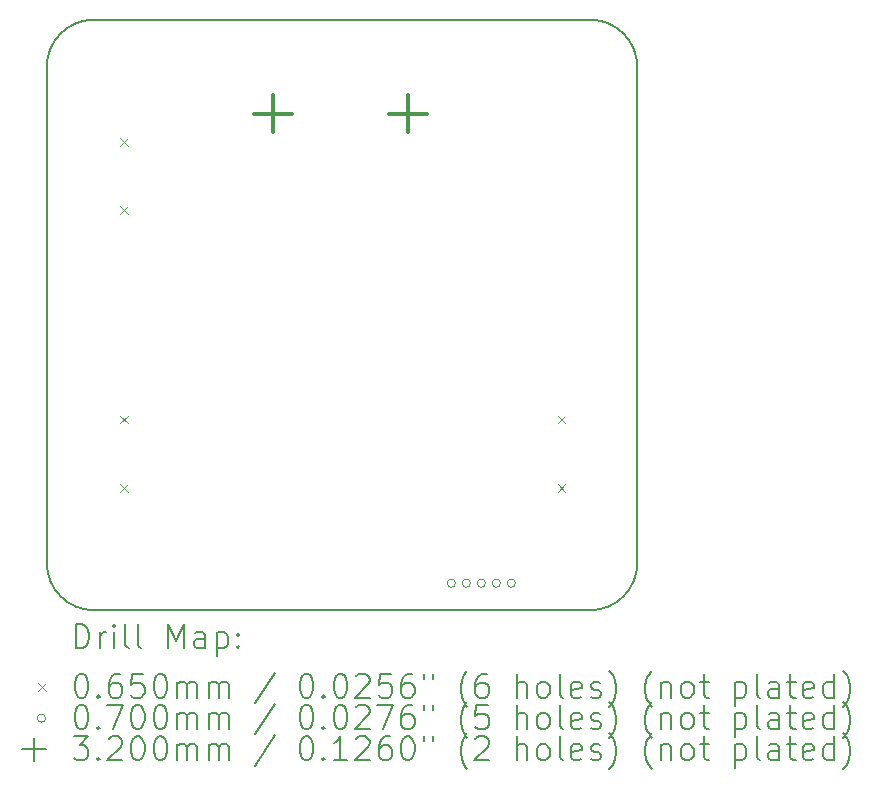
<source format=gbr>
%TF.GenerationSoftware,KiCad,Pcbnew,(6.0.9)*%
%TF.CreationDate,2022-11-24T22:06:11+01:00*%
%TF.ProjectId,latte,6c617474-652e-46b6-9963-61645f706362,rev?*%
%TF.SameCoordinates,Original*%
%TF.FileFunction,Drillmap*%
%TF.FilePolarity,Positive*%
%FSLAX45Y45*%
G04 Gerber Fmt 4.5, Leading zero omitted, Abs format (unit mm)*
G04 Created by KiCad (PCBNEW (6.0.9)) date 2022-11-24 22:06:11*
%MOMM*%
%LPD*%
G01*
G04 APERTURE LIST*
%ADD10C,0.200000*%
%ADD11C,0.065000*%
%ADD12C,0.070000*%
%ADD13C,0.320000*%
G04 APERTURE END LIST*
D10*
X15821000Y-12100000D02*
G75*
G03*
X16221000Y-11700000I0J400000D01*
G01*
X11621000Y-7100000D02*
G75*
G03*
X11221000Y-7500000I0J-400000D01*
G01*
X15821000Y-12100000D02*
X11621000Y-12100000D01*
X16221000Y-7500000D02*
X16221000Y-11700000D01*
X11221000Y-11700000D02*
G75*
G03*
X11621000Y-12100000I400000J0D01*
G01*
X11221000Y-7500000D02*
X11221000Y-11700000D01*
X16221000Y-7500000D02*
G75*
G03*
X15821000Y-7100000I-400000J0D01*
G01*
X15821000Y-7100000D02*
X11621000Y-7100000D01*
D11*
X11844000Y-8103500D02*
X11909000Y-8168500D01*
X11909000Y-8103500D02*
X11844000Y-8168500D01*
X11844000Y-8681500D02*
X11909000Y-8746500D01*
X11909000Y-8681500D02*
X11844000Y-8746500D01*
X11844000Y-10453500D02*
X11909000Y-10518500D01*
X11909000Y-10453500D02*
X11844000Y-10518500D01*
X11844000Y-11031500D02*
X11909000Y-11096500D01*
X11909000Y-11031500D02*
X11844000Y-11096500D01*
X15547000Y-10453500D02*
X15612000Y-10518500D01*
X15612000Y-10453500D02*
X15547000Y-10518500D01*
X15547000Y-11031500D02*
X15612000Y-11096500D01*
X15612000Y-11031500D02*
X15547000Y-11096500D01*
D12*
X14681000Y-11871500D02*
G75*
G03*
X14681000Y-11871500I-35000J0D01*
G01*
X14808000Y-11871500D02*
G75*
G03*
X14808000Y-11871500I-35000J0D01*
G01*
X14935000Y-11871500D02*
G75*
G03*
X14935000Y-11871500I-35000J0D01*
G01*
X15062000Y-11871500D02*
G75*
G03*
X15062000Y-11871500I-35000J0D01*
G01*
X15189000Y-11871500D02*
G75*
G03*
X15189000Y-11871500I-35000J0D01*
G01*
D13*
X13133250Y-7735000D02*
X13133250Y-8055000D01*
X12973250Y-7895000D02*
X13293250Y-7895000D01*
X14276250Y-7735000D02*
X14276250Y-8055000D01*
X14116250Y-7895000D02*
X14436250Y-7895000D01*
D10*
X11468619Y-12420476D02*
X11468619Y-12220476D01*
X11516238Y-12220476D01*
X11544809Y-12230000D01*
X11563857Y-12249048D01*
X11573381Y-12268095D01*
X11582905Y-12306190D01*
X11582905Y-12334762D01*
X11573381Y-12372857D01*
X11563857Y-12391905D01*
X11544809Y-12410952D01*
X11516238Y-12420476D01*
X11468619Y-12420476D01*
X11668619Y-12420476D02*
X11668619Y-12287143D01*
X11668619Y-12325238D02*
X11678143Y-12306190D01*
X11687667Y-12296667D01*
X11706714Y-12287143D01*
X11725762Y-12287143D01*
X11792428Y-12420476D02*
X11792428Y-12287143D01*
X11792428Y-12220476D02*
X11782905Y-12230000D01*
X11792428Y-12239524D01*
X11801952Y-12230000D01*
X11792428Y-12220476D01*
X11792428Y-12239524D01*
X11916238Y-12420476D02*
X11897190Y-12410952D01*
X11887667Y-12391905D01*
X11887667Y-12220476D01*
X12021000Y-12420476D02*
X12001952Y-12410952D01*
X11992428Y-12391905D01*
X11992428Y-12220476D01*
X12249571Y-12420476D02*
X12249571Y-12220476D01*
X12316238Y-12363333D01*
X12382905Y-12220476D01*
X12382905Y-12420476D01*
X12563857Y-12420476D02*
X12563857Y-12315714D01*
X12554333Y-12296667D01*
X12535286Y-12287143D01*
X12497190Y-12287143D01*
X12478143Y-12296667D01*
X12563857Y-12410952D02*
X12544809Y-12420476D01*
X12497190Y-12420476D01*
X12478143Y-12410952D01*
X12468619Y-12391905D01*
X12468619Y-12372857D01*
X12478143Y-12353809D01*
X12497190Y-12344286D01*
X12544809Y-12344286D01*
X12563857Y-12334762D01*
X12659095Y-12287143D02*
X12659095Y-12487143D01*
X12659095Y-12296667D02*
X12678143Y-12287143D01*
X12716238Y-12287143D01*
X12735286Y-12296667D01*
X12744809Y-12306190D01*
X12754333Y-12325238D01*
X12754333Y-12382381D01*
X12744809Y-12401428D01*
X12735286Y-12410952D01*
X12716238Y-12420476D01*
X12678143Y-12420476D01*
X12659095Y-12410952D01*
X12840048Y-12401428D02*
X12849571Y-12410952D01*
X12840048Y-12420476D01*
X12830524Y-12410952D01*
X12840048Y-12401428D01*
X12840048Y-12420476D01*
X12840048Y-12296667D02*
X12849571Y-12306190D01*
X12840048Y-12315714D01*
X12830524Y-12306190D01*
X12840048Y-12296667D01*
X12840048Y-12315714D01*
D11*
X11146000Y-12717500D02*
X11211000Y-12782500D01*
X11211000Y-12717500D02*
X11146000Y-12782500D01*
D10*
X11506714Y-12640476D02*
X11525762Y-12640476D01*
X11544809Y-12650000D01*
X11554333Y-12659524D01*
X11563857Y-12678571D01*
X11573381Y-12716667D01*
X11573381Y-12764286D01*
X11563857Y-12802381D01*
X11554333Y-12821428D01*
X11544809Y-12830952D01*
X11525762Y-12840476D01*
X11506714Y-12840476D01*
X11487667Y-12830952D01*
X11478143Y-12821428D01*
X11468619Y-12802381D01*
X11459095Y-12764286D01*
X11459095Y-12716667D01*
X11468619Y-12678571D01*
X11478143Y-12659524D01*
X11487667Y-12650000D01*
X11506714Y-12640476D01*
X11659095Y-12821428D02*
X11668619Y-12830952D01*
X11659095Y-12840476D01*
X11649571Y-12830952D01*
X11659095Y-12821428D01*
X11659095Y-12840476D01*
X11840048Y-12640476D02*
X11801952Y-12640476D01*
X11782905Y-12650000D01*
X11773381Y-12659524D01*
X11754333Y-12688095D01*
X11744809Y-12726190D01*
X11744809Y-12802381D01*
X11754333Y-12821428D01*
X11763857Y-12830952D01*
X11782905Y-12840476D01*
X11821000Y-12840476D01*
X11840048Y-12830952D01*
X11849571Y-12821428D01*
X11859095Y-12802381D01*
X11859095Y-12754762D01*
X11849571Y-12735714D01*
X11840048Y-12726190D01*
X11821000Y-12716667D01*
X11782905Y-12716667D01*
X11763857Y-12726190D01*
X11754333Y-12735714D01*
X11744809Y-12754762D01*
X12040048Y-12640476D02*
X11944809Y-12640476D01*
X11935286Y-12735714D01*
X11944809Y-12726190D01*
X11963857Y-12716667D01*
X12011476Y-12716667D01*
X12030524Y-12726190D01*
X12040048Y-12735714D01*
X12049571Y-12754762D01*
X12049571Y-12802381D01*
X12040048Y-12821428D01*
X12030524Y-12830952D01*
X12011476Y-12840476D01*
X11963857Y-12840476D01*
X11944809Y-12830952D01*
X11935286Y-12821428D01*
X12173381Y-12640476D02*
X12192428Y-12640476D01*
X12211476Y-12650000D01*
X12221000Y-12659524D01*
X12230524Y-12678571D01*
X12240048Y-12716667D01*
X12240048Y-12764286D01*
X12230524Y-12802381D01*
X12221000Y-12821428D01*
X12211476Y-12830952D01*
X12192428Y-12840476D01*
X12173381Y-12840476D01*
X12154333Y-12830952D01*
X12144809Y-12821428D01*
X12135286Y-12802381D01*
X12125762Y-12764286D01*
X12125762Y-12716667D01*
X12135286Y-12678571D01*
X12144809Y-12659524D01*
X12154333Y-12650000D01*
X12173381Y-12640476D01*
X12325762Y-12840476D02*
X12325762Y-12707143D01*
X12325762Y-12726190D02*
X12335286Y-12716667D01*
X12354333Y-12707143D01*
X12382905Y-12707143D01*
X12401952Y-12716667D01*
X12411476Y-12735714D01*
X12411476Y-12840476D01*
X12411476Y-12735714D02*
X12421000Y-12716667D01*
X12440048Y-12707143D01*
X12468619Y-12707143D01*
X12487667Y-12716667D01*
X12497190Y-12735714D01*
X12497190Y-12840476D01*
X12592428Y-12840476D02*
X12592428Y-12707143D01*
X12592428Y-12726190D02*
X12601952Y-12716667D01*
X12621000Y-12707143D01*
X12649571Y-12707143D01*
X12668619Y-12716667D01*
X12678143Y-12735714D01*
X12678143Y-12840476D01*
X12678143Y-12735714D02*
X12687667Y-12716667D01*
X12706714Y-12707143D01*
X12735286Y-12707143D01*
X12754333Y-12716667D01*
X12763857Y-12735714D01*
X12763857Y-12840476D01*
X13154333Y-12630952D02*
X12982905Y-12888095D01*
X13411476Y-12640476D02*
X13430524Y-12640476D01*
X13449571Y-12650000D01*
X13459095Y-12659524D01*
X13468619Y-12678571D01*
X13478143Y-12716667D01*
X13478143Y-12764286D01*
X13468619Y-12802381D01*
X13459095Y-12821428D01*
X13449571Y-12830952D01*
X13430524Y-12840476D01*
X13411476Y-12840476D01*
X13392428Y-12830952D01*
X13382905Y-12821428D01*
X13373381Y-12802381D01*
X13363857Y-12764286D01*
X13363857Y-12716667D01*
X13373381Y-12678571D01*
X13382905Y-12659524D01*
X13392428Y-12650000D01*
X13411476Y-12640476D01*
X13563857Y-12821428D02*
X13573381Y-12830952D01*
X13563857Y-12840476D01*
X13554333Y-12830952D01*
X13563857Y-12821428D01*
X13563857Y-12840476D01*
X13697190Y-12640476D02*
X13716238Y-12640476D01*
X13735286Y-12650000D01*
X13744809Y-12659524D01*
X13754333Y-12678571D01*
X13763857Y-12716667D01*
X13763857Y-12764286D01*
X13754333Y-12802381D01*
X13744809Y-12821428D01*
X13735286Y-12830952D01*
X13716238Y-12840476D01*
X13697190Y-12840476D01*
X13678143Y-12830952D01*
X13668619Y-12821428D01*
X13659095Y-12802381D01*
X13649571Y-12764286D01*
X13649571Y-12716667D01*
X13659095Y-12678571D01*
X13668619Y-12659524D01*
X13678143Y-12650000D01*
X13697190Y-12640476D01*
X13840048Y-12659524D02*
X13849571Y-12650000D01*
X13868619Y-12640476D01*
X13916238Y-12640476D01*
X13935286Y-12650000D01*
X13944809Y-12659524D01*
X13954333Y-12678571D01*
X13954333Y-12697619D01*
X13944809Y-12726190D01*
X13830524Y-12840476D01*
X13954333Y-12840476D01*
X14135286Y-12640476D02*
X14040048Y-12640476D01*
X14030524Y-12735714D01*
X14040048Y-12726190D01*
X14059095Y-12716667D01*
X14106714Y-12716667D01*
X14125762Y-12726190D01*
X14135286Y-12735714D01*
X14144809Y-12754762D01*
X14144809Y-12802381D01*
X14135286Y-12821428D01*
X14125762Y-12830952D01*
X14106714Y-12840476D01*
X14059095Y-12840476D01*
X14040048Y-12830952D01*
X14030524Y-12821428D01*
X14316238Y-12640476D02*
X14278143Y-12640476D01*
X14259095Y-12650000D01*
X14249571Y-12659524D01*
X14230524Y-12688095D01*
X14221000Y-12726190D01*
X14221000Y-12802381D01*
X14230524Y-12821428D01*
X14240048Y-12830952D01*
X14259095Y-12840476D01*
X14297190Y-12840476D01*
X14316238Y-12830952D01*
X14325762Y-12821428D01*
X14335286Y-12802381D01*
X14335286Y-12754762D01*
X14325762Y-12735714D01*
X14316238Y-12726190D01*
X14297190Y-12716667D01*
X14259095Y-12716667D01*
X14240048Y-12726190D01*
X14230524Y-12735714D01*
X14221000Y-12754762D01*
X14411476Y-12640476D02*
X14411476Y-12678571D01*
X14487667Y-12640476D02*
X14487667Y-12678571D01*
X14782905Y-12916667D02*
X14773381Y-12907143D01*
X14754333Y-12878571D01*
X14744809Y-12859524D01*
X14735286Y-12830952D01*
X14725762Y-12783333D01*
X14725762Y-12745238D01*
X14735286Y-12697619D01*
X14744809Y-12669048D01*
X14754333Y-12650000D01*
X14773381Y-12621428D01*
X14782905Y-12611905D01*
X14944809Y-12640476D02*
X14906714Y-12640476D01*
X14887667Y-12650000D01*
X14878143Y-12659524D01*
X14859095Y-12688095D01*
X14849571Y-12726190D01*
X14849571Y-12802381D01*
X14859095Y-12821428D01*
X14868619Y-12830952D01*
X14887667Y-12840476D01*
X14925762Y-12840476D01*
X14944809Y-12830952D01*
X14954333Y-12821428D01*
X14963857Y-12802381D01*
X14963857Y-12754762D01*
X14954333Y-12735714D01*
X14944809Y-12726190D01*
X14925762Y-12716667D01*
X14887667Y-12716667D01*
X14868619Y-12726190D01*
X14859095Y-12735714D01*
X14849571Y-12754762D01*
X15201952Y-12840476D02*
X15201952Y-12640476D01*
X15287667Y-12840476D02*
X15287667Y-12735714D01*
X15278143Y-12716667D01*
X15259095Y-12707143D01*
X15230524Y-12707143D01*
X15211476Y-12716667D01*
X15201952Y-12726190D01*
X15411476Y-12840476D02*
X15392428Y-12830952D01*
X15382905Y-12821428D01*
X15373381Y-12802381D01*
X15373381Y-12745238D01*
X15382905Y-12726190D01*
X15392428Y-12716667D01*
X15411476Y-12707143D01*
X15440048Y-12707143D01*
X15459095Y-12716667D01*
X15468619Y-12726190D01*
X15478143Y-12745238D01*
X15478143Y-12802381D01*
X15468619Y-12821428D01*
X15459095Y-12830952D01*
X15440048Y-12840476D01*
X15411476Y-12840476D01*
X15592428Y-12840476D02*
X15573381Y-12830952D01*
X15563857Y-12811905D01*
X15563857Y-12640476D01*
X15744809Y-12830952D02*
X15725762Y-12840476D01*
X15687667Y-12840476D01*
X15668619Y-12830952D01*
X15659095Y-12811905D01*
X15659095Y-12735714D01*
X15668619Y-12716667D01*
X15687667Y-12707143D01*
X15725762Y-12707143D01*
X15744809Y-12716667D01*
X15754333Y-12735714D01*
X15754333Y-12754762D01*
X15659095Y-12773809D01*
X15830524Y-12830952D02*
X15849571Y-12840476D01*
X15887667Y-12840476D01*
X15906714Y-12830952D01*
X15916238Y-12811905D01*
X15916238Y-12802381D01*
X15906714Y-12783333D01*
X15887667Y-12773809D01*
X15859095Y-12773809D01*
X15840048Y-12764286D01*
X15830524Y-12745238D01*
X15830524Y-12735714D01*
X15840048Y-12716667D01*
X15859095Y-12707143D01*
X15887667Y-12707143D01*
X15906714Y-12716667D01*
X15982905Y-12916667D02*
X15992428Y-12907143D01*
X16011476Y-12878571D01*
X16021000Y-12859524D01*
X16030524Y-12830952D01*
X16040048Y-12783333D01*
X16040048Y-12745238D01*
X16030524Y-12697619D01*
X16021000Y-12669048D01*
X16011476Y-12650000D01*
X15992428Y-12621428D01*
X15982905Y-12611905D01*
X16344809Y-12916667D02*
X16335286Y-12907143D01*
X16316238Y-12878571D01*
X16306714Y-12859524D01*
X16297190Y-12830952D01*
X16287667Y-12783333D01*
X16287667Y-12745238D01*
X16297190Y-12697619D01*
X16306714Y-12669048D01*
X16316238Y-12650000D01*
X16335286Y-12621428D01*
X16344809Y-12611905D01*
X16421000Y-12707143D02*
X16421000Y-12840476D01*
X16421000Y-12726190D02*
X16430524Y-12716667D01*
X16449571Y-12707143D01*
X16478143Y-12707143D01*
X16497190Y-12716667D01*
X16506714Y-12735714D01*
X16506714Y-12840476D01*
X16630524Y-12840476D02*
X16611476Y-12830952D01*
X16601952Y-12821428D01*
X16592428Y-12802381D01*
X16592428Y-12745238D01*
X16601952Y-12726190D01*
X16611476Y-12716667D01*
X16630524Y-12707143D01*
X16659095Y-12707143D01*
X16678143Y-12716667D01*
X16687667Y-12726190D01*
X16697190Y-12745238D01*
X16697190Y-12802381D01*
X16687667Y-12821428D01*
X16678143Y-12830952D01*
X16659095Y-12840476D01*
X16630524Y-12840476D01*
X16754333Y-12707143D02*
X16830524Y-12707143D01*
X16782905Y-12640476D02*
X16782905Y-12811905D01*
X16792429Y-12830952D01*
X16811476Y-12840476D01*
X16830524Y-12840476D01*
X17049571Y-12707143D02*
X17049571Y-12907143D01*
X17049571Y-12716667D02*
X17068619Y-12707143D01*
X17106714Y-12707143D01*
X17125762Y-12716667D01*
X17135286Y-12726190D01*
X17144810Y-12745238D01*
X17144810Y-12802381D01*
X17135286Y-12821428D01*
X17125762Y-12830952D01*
X17106714Y-12840476D01*
X17068619Y-12840476D01*
X17049571Y-12830952D01*
X17259095Y-12840476D02*
X17240048Y-12830952D01*
X17230524Y-12811905D01*
X17230524Y-12640476D01*
X17421000Y-12840476D02*
X17421000Y-12735714D01*
X17411476Y-12716667D01*
X17392429Y-12707143D01*
X17354333Y-12707143D01*
X17335286Y-12716667D01*
X17421000Y-12830952D02*
X17401952Y-12840476D01*
X17354333Y-12840476D01*
X17335286Y-12830952D01*
X17325762Y-12811905D01*
X17325762Y-12792857D01*
X17335286Y-12773809D01*
X17354333Y-12764286D01*
X17401952Y-12764286D01*
X17421000Y-12754762D01*
X17487667Y-12707143D02*
X17563857Y-12707143D01*
X17516238Y-12640476D02*
X17516238Y-12811905D01*
X17525762Y-12830952D01*
X17544810Y-12840476D01*
X17563857Y-12840476D01*
X17706714Y-12830952D02*
X17687667Y-12840476D01*
X17649571Y-12840476D01*
X17630524Y-12830952D01*
X17621000Y-12811905D01*
X17621000Y-12735714D01*
X17630524Y-12716667D01*
X17649571Y-12707143D01*
X17687667Y-12707143D01*
X17706714Y-12716667D01*
X17716238Y-12735714D01*
X17716238Y-12754762D01*
X17621000Y-12773809D01*
X17887667Y-12840476D02*
X17887667Y-12640476D01*
X17887667Y-12830952D02*
X17868619Y-12840476D01*
X17830524Y-12840476D01*
X17811476Y-12830952D01*
X17801952Y-12821428D01*
X17792429Y-12802381D01*
X17792429Y-12745238D01*
X17801952Y-12726190D01*
X17811476Y-12716667D01*
X17830524Y-12707143D01*
X17868619Y-12707143D01*
X17887667Y-12716667D01*
X17963857Y-12916667D02*
X17973381Y-12907143D01*
X17992429Y-12878571D01*
X18001952Y-12859524D01*
X18011476Y-12830952D01*
X18021000Y-12783333D01*
X18021000Y-12745238D01*
X18011476Y-12697619D01*
X18001952Y-12669048D01*
X17992429Y-12650000D01*
X17973381Y-12621428D01*
X17963857Y-12611905D01*
D12*
X11211000Y-13014000D02*
G75*
G03*
X11211000Y-13014000I-35000J0D01*
G01*
D10*
X11506714Y-12904476D02*
X11525762Y-12904476D01*
X11544809Y-12914000D01*
X11554333Y-12923524D01*
X11563857Y-12942571D01*
X11573381Y-12980667D01*
X11573381Y-13028286D01*
X11563857Y-13066381D01*
X11554333Y-13085428D01*
X11544809Y-13094952D01*
X11525762Y-13104476D01*
X11506714Y-13104476D01*
X11487667Y-13094952D01*
X11478143Y-13085428D01*
X11468619Y-13066381D01*
X11459095Y-13028286D01*
X11459095Y-12980667D01*
X11468619Y-12942571D01*
X11478143Y-12923524D01*
X11487667Y-12914000D01*
X11506714Y-12904476D01*
X11659095Y-13085428D02*
X11668619Y-13094952D01*
X11659095Y-13104476D01*
X11649571Y-13094952D01*
X11659095Y-13085428D01*
X11659095Y-13104476D01*
X11735286Y-12904476D02*
X11868619Y-12904476D01*
X11782905Y-13104476D01*
X11982905Y-12904476D02*
X12001952Y-12904476D01*
X12021000Y-12914000D01*
X12030524Y-12923524D01*
X12040048Y-12942571D01*
X12049571Y-12980667D01*
X12049571Y-13028286D01*
X12040048Y-13066381D01*
X12030524Y-13085428D01*
X12021000Y-13094952D01*
X12001952Y-13104476D01*
X11982905Y-13104476D01*
X11963857Y-13094952D01*
X11954333Y-13085428D01*
X11944809Y-13066381D01*
X11935286Y-13028286D01*
X11935286Y-12980667D01*
X11944809Y-12942571D01*
X11954333Y-12923524D01*
X11963857Y-12914000D01*
X11982905Y-12904476D01*
X12173381Y-12904476D02*
X12192428Y-12904476D01*
X12211476Y-12914000D01*
X12221000Y-12923524D01*
X12230524Y-12942571D01*
X12240048Y-12980667D01*
X12240048Y-13028286D01*
X12230524Y-13066381D01*
X12221000Y-13085428D01*
X12211476Y-13094952D01*
X12192428Y-13104476D01*
X12173381Y-13104476D01*
X12154333Y-13094952D01*
X12144809Y-13085428D01*
X12135286Y-13066381D01*
X12125762Y-13028286D01*
X12125762Y-12980667D01*
X12135286Y-12942571D01*
X12144809Y-12923524D01*
X12154333Y-12914000D01*
X12173381Y-12904476D01*
X12325762Y-13104476D02*
X12325762Y-12971143D01*
X12325762Y-12990190D02*
X12335286Y-12980667D01*
X12354333Y-12971143D01*
X12382905Y-12971143D01*
X12401952Y-12980667D01*
X12411476Y-12999714D01*
X12411476Y-13104476D01*
X12411476Y-12999714D02*
X12421000Y-12980667D01*
X12440048Y-12971143D01*
X12468619Y-12971143D01*
X12487667Y-12980667D01*
X12497190Y-12999714D01*
X12497190Y-13104476D01*
X12592428Y-13104476D02*
X12592428Y-12971143D01*
X12592428Y-12990190D02*
X12601952Y-12980667D01*
X12621000Y-12971143D01*
X12649571Y-12971143D01*
X12668619Y-12980667D01*
X12678143Y-12999714D01*
X12678143Y-13104476D01*
X12678143Y-12999714D02*
X12687667Y-12980667D01*
X12706714Y-12971143D01*
X12735286Y-12971143D01*
X12754333Y-12980667D01*
X12763857Y-12999714D01*
X12763857Y-13104476D01*
X13154333Y-12894952D02*
X12982905Y-13152095D01*
X13411476Y-12904476D02*
X13430524Y-12904476D01*
X13449571Y-12914000D01*
X13459095Y-12923524D01*
X13468619Y-12942571D01*
X13478143Y-12980667D01*
X13478143Y-13028286D01*
X13468619Y-13066381D01*
X13459095Y-13085428D01*
X13449571Y-13094952D01*
X13430524Y-13104476D01*
X13411476Y-13104476D01*
X13392428Y-13094952D01*
X13382905Y-13085428D01*
X13373381Y-13066381D01*
X13363857Y-13028286D01*
X13363857Y-12980667D01*
X13373381Y-12942571D01*
X13382905Y-12923524D01*
X13392428Y-12914000D01*
X13411476Y-12904476D01*
X13563857Y-13085428D02*
X13573381Y-13094952D01*
X13563857Y-13104476D01*
X13554333Y-13094952D01*
X13563857Y-13085428D01*
X13563857Y-13104476D01*
X13697190Y-12904476D02*
X13716238Y-12904476D01*
X13735286Y-12914000D01*
X13744809Y-12923524D01*
X13754333Y-12942571D01*
X13763857Y-12980667D01*
X13763857Y-13028286D01*
X13754333Y-13066381D01*
X13744809Y-13085428D01*
X13735286Y-13094952D01*
X13716238Y-13104476D01*
X13697190Y-13104476D01*
X13678143Y-13094952D01*
X13668619Y-13085428D01*
X13659095Y-13066381D01*
X13649571Y-13028286D01*
X13649571Y-12980667D01*
X13659095Y-12942571D01*
X13668619Y-12923524D01*
X13678143Y-12914000D01*
X13697190Y-12904476D01*
X13840048Y-12923524D02*
X13849571Y-12914000D01*
X13868619Y-12904476D01*
X13916238Y-12904476D01*
X13935286Y-12914000D01*
X13944809Y-12923524D01*
X13954333Y-12942571D01*
X13954333Y-12961619D01*
X13944809Y-12990190D01*
X13830524Y-13104476D01*
X13954333Y-13104476D01*
X14021000Y-12904476D02*
X14154333Y-12904476D01*
X14068619Y-13104476D01*
X14316238Y-12904476D02*
X14278143Y-12904476D01*
X14259095Y-12914000D01*
X14249571Y-12923524D01*
X14230524Y-12952095D01*
X14221000Y-12990190D01*
X14221000Y-13066381D01*
X14230524Y-13085428D01*
X14240048Y-13094952D01*
X14259095Y-13104476D01*
X14297190Y-13104476D01*
X14316238Y-13094952D01*
X14325762Y-13085428D01*
X14335286Y-13066381D01*
X14335286Y-13018762D01*
X14325762Y-12999714D01*
X14316238Y-12990190D01*
X14297190Y-12980667D01*
X14259095Y-12980667D01*
X14240048Y-12990190D01*
X14230524Y-12999714D01*
X14221000Y-13018762D01*
X14411476Y-12904476D02*
X14411476Y-12942571D01*
X14487667Y-12904476D02*
X14487667Y-12942571D01*
X14782905Y-13180667D02*
X14773381Y-13171143D01*
X14754333Y-13142571D01*
X14744809Y-13123524D01*
X14735286Y-13094952D01*
X14725762Y-13047333D01*
X14725762Y-13009238D01*
X14735286Y-12961619D01*
X14744809Y-12933048D01*
X14754333Y-12914000D01*
X14773381Y-12885428D01*
X14782905Y-12875905D01*
X14954333Y-12904476D02*
X14859095Y-12904476D01*
X14849571Y-12999714D01*
X14859095Y-12990190D01*
X14878143Y-12980667D01*
X14925762Y-12980667D01*
X14944809Y-12990190D01*
X14954333Y-12999714D01*
X14963857Y-13018762D01*
X14963857Y-13066381D01*
X14954333Y-13085428D01*
X14944809Y-13094952D01*
X14925762Y-13104476D01*
X14878143Y-13104476D01*
X14859095Y-13094952D01*
X14849571Y-13085428D01*
X15201952Y-13104476D02*
X15201952Y-12904476D01*
X15287667Y-13104476D02*
X15287667Y-12999714D01*
X15278143Y-12980667D01*
X15259095Y-12971143D01*
X15230524Y-12971143D01*
X15211476Y-12980667D01*
X15201952Y-12990190D01*
X15411476Y-13104476D02*
X15392428Y-13094952D01*
X15382905Y-13085428D01*
X15373381Y-13066381D01*
X15373381Y-13009238D01*
X15382905Y-12990190D01*
X15392428Y-12980667D01*
X15411476Y-12971143D01*
X15440048Y-12971143D01*
X15459095Y-12980667D01*
X15468619Y-12990190D01*
X15478143Y-13009238D01*
X15478143Y-13066381D01*
X15468619Y-13085428D01*
X15459095Y-13094952D01*
X15440048Y-13104476D01*
X15411476Y-13104476D01*
X15592428Y-13104476D02*
X15573381Y-13094952D01*
X15563857Y-13075905D01*
X15563857Y-12904476D01*
X15744809Y-13094952D02*
X15725762Y-13104476D01*
X15687667Y-13104476D01*
X15668619Y-13094952D01*
X15659095Y-13075905D01*
X15659095Y-12999714D01*
X15668619Y-12980667D01*
X15687667Y-12971143D01*
X15725762Y-12971143D01*
X15744809Y-12980667D01*
X15754333Y-12999714D01*
X15754333Y-13018762D01*
X15659095Y-13037809D01*
X15830524Y-13094952D02*
X15849571Y-13104476D01*
X15887667Y-13104476D01*
X15906714Y-13094952D01*
X15916238Y-13075905D01*
X15916238Y-13066381D01*
X15906714Y-13047333D01*
X15887667Y-13037809D01*
X15859095Y-13037809D01*
X15840048Y-13028286D01*
X15830524Y-13009238D01*
X15830524Y-12999714D01*
X15840048Y-12980667D01*
X15859095Y-12971143D01*
X15887667Y-12971143D01*
X15906714Y-12980667D01*
X15982905Y-13180667D02*
X15992428Y-13171143D01*
X16011476Y-13142571D01*
X16021000Y-13123524D01*
X16030524Y-13094952D01*
X16040048Y-13047333D01*
X16040048Y-13009238D01*
X16030524Y-12961619D01*
X16021000Y-12933048D01*
X16011476Y-12914000D01*
X15992428Y-12885428D01*
X15982905Y-12875905D01*
X16344809Y-13180667D02*
X16335286Y-13171143D01*
X16316238Y-13142571D01*
X16306714Y-13123524D01*
X16297190Y-13094952D01*
X16287667Y-13047333D01*
X16287667Y-13009238D01*
X16297190Y-12961619D01*
X16306714Y-12933048D01*
X16316238Y-12914000D01*
X16335286Y-12885428D01*
X16344809Y-12875905D01*
X16421000Y-12971143D02*
X16421000Y-13104476D01*
X16421000Y-12990190D02*
X16430524Y-12980667D01*
X16449571Y-12971143D01*
X16478143Y-12971143D01*
X16497190Y-12980667D01*
X16506714Y-12999714D01*
X16506714Y-13104476D01*
X16630524Y-13104476D02*
X16611476Y-13094952D01*
X16601952Y-13085428D01*
X16592428Y-13066381D01*
X16592428Y-13009238D01*
X16601952Y-12990190D01*
X16611476Y-12980667D01*
X16630524Y-12971143D01*
X16659095Y-12971143D01*
X16678143Y-12980667D01*
X16687667Y-12990190D01*
X16697190Y-13009238D01*
X16697190Y-13066381D01*
X16687667Y-13085428D01*
X16678143Y-13094952D01*
X16659095Y-13104476D01*
X16630524Y-13104476D01*
X16754333Y-12971143D02*
X16830524Y-12971143D01*
X16782905Y-12904476D02*
X16782905Y-13075905D01*
X16792429Y-13094952D01*
X16811476Y-13104476D01*
X16830524Y-13104476D01*
X17049571Y-12971143D02*
X17049571Y-13171143D01*
X17049571Y-12980667D02*
X17068619Y-12971143D01*
X17106714Y-12971143D01*
X17125762Y-12980667D01*
X17135286Y-12990190D01*
X17144810Y-13009238D01*
X17144810Y-13066381D01*
X17135286Y-13085428D01*
X17125762Y-13094952D01*
X17106714Y-13104476D01*
X17068619Y-13104476D01*
X17049571Y-13094952D01*
X17259095Y-13104476D02*
X17240048Y-13094952D01*
X17230524Y-13075905D01*
X17230524Y-12904476D01*
X17421000Y-13104476D02*
X17421000Y-12999714D01*
X17411476Y-12980667D01*
X17392429Y-12971143D01*
X17354333Y-12971143D01*
X17335286Y-12980667D01*
X17421000Y-13094952D02*
X17401952Y-13104476D01*
X17354333Y-13104476D01*
X17335286Y-13094952D01*
X17325762Y-13075905D01*
X17325762Y-13056857D01*
X17335286Y-13037809D01*
X17354333Y-13028286D01*
X17401952Y-13028286D01*
X17421000Y-13018762D01*
X17487667Y-12971143D02*
X17563857Y-12971143D01*
X17516238Y-12904476D02*
X17516238Y-13075905D01*
X17525762Y-13094952D01*
X17544810Y-13104476D01*
X17563857Y-13104476D01*
X17706714Y-13094952D02*
X17687667Y-13104476D01*
X17649571Y-13104476D01*
X17630524Y-13094952D01*
X17621000Y-13075905D01*
X17621000Y-12999714D01*
X17630524Y-12980667D01*
X17649571Y-12971143D01*
X17687667Y-12971143D01*
X17706714Y-12980667D01*
X17716238Y-12999714D01*
X17716238Y-13018762D01*
X17621000Y-13037809D01*
X17887667Y-13104476D02*
X17887667Y-12904476D01*
X17887667Y-13094952D02*
X17868619Y-13104476D01*
X17830524Y-13104476D01*
X17811476Y-13094952D01*
X17801952Y-13085428D01*
X17792429Y-13066381D01*
X17792429Y-13009238D01*
X17801952Y-12990190D01*
X17811476Y-12980667D01*
X17830524Y-12971143D01*
X17868619Y-12971143D01*
X17887667Y-12980667D01*
X17963857Y-13180667D02*
X17973381Y-13171143D01*
X17992429Y-13142571D01*
X18001952Y-13123524D01*
X18011476Y-13094952D01*
X18021000Y-13047333D01*
X18021000Y-13009238D01*
X18011476Y-12961619D01*
X18001952Y-12933048D01*
X17992429Y-12914000D01*
X17973381Y-12885428D01*
X17963857Y-12875905D01*
X11111000Y-13178000D02*
X11111000Y-13378000D01*
X11011000Y-13278000D02*
X11211000Y-13278000D01*
X11449571Y-13168476D02*
X11573381Y-13168476D01*
X11506714Y-13244667D01*
X11535286Y-13244667D01*
X11554333Y-13254190D01*
X11563857Y-13263714D01*
X11573381Y-13282762D01*
X11573381Y-13330381D01*
X11563857Y-13349428D01*
X11554333Y-13358952D01*
X11535286Y-13368476D01*
X11478143Y-13368476D01*
X11459095Y-13358952D01*
X11449571Y-13349428D01*
X11659095Y-13349428D02*
X11668619Y-13358952D01*
X11659095Y-13368476D01*
X11649571Y-13358952D01*
X11659095Y-13349428D01*
X11659095Y-13368476D01*
X11744809Y-13187524D02*
X11754333Y-13178000D01*
X11773381Y-13168476D01*
X11821000Y-13168476D01*
X11840048Y-13178000D01*
X11849571Y-13187524D01*
X11859095Y-13206571D01*
X11859095Y-13225619D01*
X11849571Y-13254190D01*
X11735286Y-13368476D01*
X11859095Y-13368476D01*
X11982905Y-13168476D02*
X12001952Y-13168476D01*
X12021000Y-13178000D01*
X12030524Y-13187524D01*
X12040048Y-13206571D01*
X12049571Y-13244667D01*
X12049571Y-13292286D01*
X12040048Y-13330381D01*
X12030524Y-13349428D01*
X12021000Y-13358952D01*
X12001952Y-13368476D01*
X11982905Y-13368476D01*
X11963857Y-13358952D01*
X11954333Y-13349428D01*
X11944809Y-13330381D01*
X11935286Y-13292286D01*
X11935286Y-13244667D01*
X11944809Y-13206571D01*
X11954333Y-13187524D01*
X11963857Y-13178000D01*
X11982905Y-13168476D01*
X12173381Y-13168476D02*
X12192428Y-13168476D01*
X12211476Y-13178000D01*
X12221000Y-13187524D01*
X12230524Y-13206571D01*
X12240048Y-13244667D01*
X12240048Y-13292286D01*
X12230524Y-13330381D01*
X12221000Y-13349428D01*
X12211476Y-13358952D01*
X12192428Y-13368476D01*
X12173381Y-13368476D01*
X12154333Y-13358952D01*
X12144809Y-13349428D01*
X12135286Y-13330381D01*
X12125762Y-13292286D01*
X12125762Y-13244667D01*
X12135286Y-13206571D01*
X12144809Y-13187524D01*
X12154333Y-13178000D01*
X12173381Y-13168476D01*
X12325762Y-13368476D02*
X12325762Y-13235143D01*
X12325762Y-13254190D02*
X12335286Y-13244667D01*
X12354333Y-13235143D01*
X12382905Y-13235143D01*
X12401952Y-13244667D01*
X12411476Y-13263714D01*
X12411476Y-13368476D01*
X12411476Y-13263714D02*
X12421000Y-13244667D01*
X12440048Y-13235143D01*
X12468619Y-13235143D01*
X12487667Y-13244667D01*
X12497190Y-13263714D01*
X12497190Y-13368476D01*
X12592428Y-13368476D02*
X12592428Y-13235143D01*
X12592428Y-13254190D02*
X12601952Y-13244667D01*
X12621000Y-13235143D01*
X12649571Y-13235143D01*
X12668619Y-13244667D01*
X12678143Y-13263714D01*
X12678143Y-13368476D01*
X12678143Y-13263714D02*
X12687667Y-13244667D01*
X12706714Y-13235143D01*
X12735286Y-13235143D01*
X12754333Y-13244667D01*
X12763857Y-13263714D01*
X12763857Y-13368476D01*
X13154333Y-13158952D02*
X12982905Y-13416095D01*
X13411476Y-13168476D02*
X13430524Y-13168476D01*
X13449571Y-13178000D01*
X13459095Y-13187524D01*
X13468619Y-13206571D01*
X13478143Y-13244667D01*
X13478143Y-13292286D01*
X13468619Y-13330381D01*
X13459095Y-13349428D01*
X13449571Y-13358952D01*
X13430524Y-13368476D01*
X13411476Y-13368476D01*
X13392428Y-13358952D01*
X13382905Y-13349428D01*
X13373381Y-13330381D01*
X13363857Y-13292286D01*
X13363857Y-13244667D01*
X13373381Y-13206571D01*
X13382905Y-13187524D01*
X13392428Y-13178000D01*
X13411476Y-13168476D01*
X13563857Y-13349428D02*
X13573381Y-13358952D01*
X13563857Y-13368476D01*
X13554333Y-13358952D01*
X13563857Y-13349428D01*
X13563857Y-13368476D01*
X13763857Y-13368476D02*
X13649571Y-13368476D01*
X13706714Y-13368476D02*
X13706714Y-13168476D01*
X13687667Y-13197048D01*
X13668619Y-13216095D01*
X13649571Y-13225619D01*
X13840048Y-13187524D02*
X13849571Y-13178000D01*
X13868619Y-13168476D01*
X13916238Y-13168476D01*
X13935286Y-13178000D01*
X13944809Y-13187524D01*
X13954333Y-13206571D01*
X13954333Y-13225619D01*
X13944809Y-13254190D01*
X13830524Y-13368476D01*
X13954333Y-13368476D01*
X14125762Y-13168476D02*
X14087667Y-13168476D01*
X14068619Y-13178000D01*
X14059095Y-13187524D01*
X14040048Y-13216095D01*
X14030524Y-13254190D01*
X14030524Y-13330381D01*
X14040048Y-13349428D01*
X14049571Y-13358952D01*
X14068619Y-13368476D01*
X14106714Y-13368476D01*
X14125762Y-13358952D01*
X14135286Y-13349428D01*
X14144809Y-13330381D01*
X14144809Y-13282762D01*
X14135286Y-13263714D01*
X14125762Y-13254190D01*
X14106714Y-13244667D01*
X14068619Y-13244667D01*
X14049571Y-13254190D01*
X14040048Y-13263714D01*
X14030524Y-13282762D01*
X14268619Y-13168476D02*
X14287667Y-13168476D01*
X14306714Y-13178000D01*
X14316238Y-13187524D01*
X14325762Y-13206571D01*
X14335286Y-13244667D01*
X14335286Y-13292286D01*
X14325762Y-13330381D01*
X14316238Y-13349428D01*
X14306714Y-13358952D01*
X14287667Y-13368476D01*
X14268619Y-13368476D01*
X14249571Y-13358952D01*
X14240048Y-13349428D01*
X14230524Y-13330381D01*
X14221000Y-13292286D01*
X14221000Y-13244667D01*
X14230524Y-13206571D01*
X14240048Y-13187524D01*
X14249571Y-13178000D01*
X14268619Y-13168476D01*
X14411476Y-13168476D02*
X14411476Y-13206571D01*
X14487667Y-13168476D02*
X14487667Y-13206571D01*
X14782905Y-13444667D02*
X14773381Y-13435143D01*
X14754333Y-13406571D01*
X14744809Y-13387524D01*
X14735286Y-13358952D01*
X14725762Y-13311333D01*
X14725762Y-13273238D01*
X14735286Y-13225619D01*
X14744809Y-13197048D01*
X14754333Y-13178000D01*
X14773381Y-13149428D01*
X14782905Y-13139905D01*
X14849571Y-13187524D02*
X14859095Y-13178000D01*
X14878143Y-13168476D01*
X14925762Y-13168476D01*
X14944809Y-13178000D01*
X14954333Y-13187524D01*
X14963857Y-13206571D01*
X14963857Y-13225619D01*
X14954333Y-13254190D01*
X14840048Y-13368476D01*
X14963857Y-13368476D01*
X15201952Y-13368476D02*
X15201952Y-13168476D01*
X15287667Y-13368476D02*
X15287667Y-13263714D01*
X15278143Y-13244667D01*
X15259095Y-13235143D01*
X15230524Y-13235143D01*
X15211476Y-13244667D01*
X15201952Y-13254190D01*
X15411476Y-13368476D02*
X15392428Y-13358952D01*
X15382905Y-13349428D01*
X15373381Y-13330381D01*
X15373381Y-13273238D01*
X15382905Y-13254190D01*
X15392428Y-13244667D01*
X15411476Y-13235143D01*
X15440048Y-13235143D01*
X15459095Y-13244667D01*
X15468619Y-13254190D01*
X15478143Y-13273238D01*
X15478143Y-13330381D01*
X15468619Y-13349428D01*
X15459095Y-13358952D01*
X15440048Y-13368476D01*
X15411476Y-13368476D01*
X15592428Y-13368476D02*
X15573381Y-13358952D01*
X15563857Y-13339905D01*
X15563857Y-13168476D01*
X15744809Y-13358952D02*
X15725762Y-13368476D01*
X15687667Y-13368476D01*
X15668619Y-13358952D01*
X15659095Y-13339905D01*
X15659095Y-13263714D01*
X15668619Y-13244667D01*
X15687667Y-13235143D01*
X15725762Y-13235143D01*
X15744809Y-13244667D01*
X15754333Y-13263714D01*
X15754333Y-13282762D01*
X15659095Y-13301809D01*
X15830524Y-13358952D02*
X15849571Y-13368476D01*
X15887667Y-13368476D01*
X15906714Y-13358952D01*
X15916238Y-13339905D01*
X15916238Y-13330381D01*
X15906714Y-13311333D01*
X15887667Y-13301809D01*
X15859095Y-13301809D01*
X15840048Y-13292286D01*
X15830524Y-13273238D01*
X15830524Y-13263714D01*
X15840048Y-13244667D01*
X15859095Y-13235143D01*
X15887667Y-13235143D01*
X15906714Y-13244667D01*
X15982905Y-13444667D02*
X15992428Y-13435143D01*
X16011476Y-13406571D01*
X16021000Y-13387524D01*
X16030524Y-13358952D01*
X16040048Y-13311333D01*
X16040048Y-13273238D01*
X16030524Y-13225619D01*
X16021000Y-13197048D01*
X16011476Y-13178000D01*
X15992428Y-13149428D01*
X15982905Y-13139905D01*
X16344809Y-13444667D02*
X16335286Y-13435143D01*
X16316238Y-13406571D01*
X16306714Y-13387524D01*
X16297190Y-13358952D01*
X16287667Y-13311333D01*
X16287667Y-13273238D01*
X16297190Y-13225619D01*
X16306714Y-13197048D01*
X16316238Y-13178000D01*
X16335286Y-13149428D01*
X16344809Y-13139905D01*
X16421000Y-13235143D02*
X16421000Y-13368476D01*
X16421000Y-13254190D02*
X16430524Y-13244667D01*
X16449571Y-13235143D01*
X16478143Y-13235143D01*
X16497190Y-13244667D01*
X16506714Y-13263714D01*
X16506714Y-13368476D01*
X16630524Y-13368476D02*
X16611476Y-13358952D01*
X16601952Y-13349428D01*
X16592428Y-13330381D01*
X16592428Y-13273238D01*
X16601952Y-13254190D01*
X16611476Y-13244667D01*
X16630524Y-13235143D01*
X16659095Y-13235143D01*
X16678143Y-13244667D01*
X16687667Y-13254190D01*
X16697190Y-13273238D01*
X16697190Y-13330381D01*
X16687667Y-13349428D01*
X16678143Y-13358952D01*
X16659095Y-13368476D01*
X16630524Y-13368476D01*
X16754333Y-13235143D02*
X16830524Y-13235143D01*
X16782905Y-13168476D02*
X16782905Y-13339905D01*
X16792429Y-13358952D01*
X16811476Y-13368476D01*
X16830524Y-13368476D01*
X17049571Y-13235143D02*
X17049571Y-13435143D01*
X17049571Y-13244667D02*
X17068619Y-13235143D01*
X17106714Y-13235143D01*
X17125762Y-13244667D01*
X17135286Y-13254190D01*
X17144810Y-13273238D01*
X17144810Y-13330381D01*
X17135286Y-13349428D01*
X17125762Y-13358952D01*
X17106714Y-13368476D01*
X17068619Y-13368476D01*
X17049571Y-13358952D01*
X17259095Y-13368476D02*
X17240048Y-13358952D01*
X17230524Y-13339905D01*
X17230524Y-13168476D01*
X17421000Y-13368476D02*
X17421000Y-13263714D01*
X17411476Y-13244667D01*
X17392429Y-13235143D01*
X17354333Y-13235143D01*
X17335286Y-13244667D01*
X17421000Y-13358952D02*
X17401952Y-13368476D01*
X17354333Y-13368476D01*
X17335286Y-13358952D01*
X17325762Y-13339905D01*
X17325762Y-13320857D01*
X17335286Y-13301809D01*
X17354333Y-13292286D01*
X17401952Y-13292286D01*
X17421000Y-13282762D01*
X17487667Y-13235143D02*
X17563857Y-13235143D01*
X17516238Y-13168476D02*
X17516238Y-13339905D01*
X17525762Y-13358952D01*
X17544810Y-13368476D01*
X17563857Y-13368476D01*
X17706714Y-13358952D02*
X17687667Y-13368476D01*
X17649571Y-13368476D01*
X17630524Y-13358952D01*
X17621000Y-13339905D01*
X17621000Y-13263714D01*
X17630524Y-13244667D01*
X17649571Y-13235143D01*
X17687667Y-13235143D01*
X17706714Y-13244667D01*
X17716238Y-13263714D01*
X17716238Y-13282762D01*
X17621000Y-13301809D01*
X17887667Y-13368476D02*
X17887667Y-13168476D01*
X17887667Y-13358952D02*
X17868619Y-13368476D01*
X17830524Y-13368476D01*
X17811476Y-13358952D01*
X17801952Y-13349428D01*
X17792429Y-13330381D01*
X17792429Y-13273238D01*
X17801952Y-13254190D01*
X17811476Y-13244667D01*
X17830524Y-13235143D01*
X17868619Y-13235143D01*
X17887667Y-13244667D01*
X17963857Y-13444667D02*
X17973381Y-13435143D01*
X17992429Y-13406571D01*
X18001952Y-13387524D01*
X18011476Y-13358952D01*
X18021000Y-13311333D01*
X18021000Y-13273238D01*
X18011476Y-13225619D01*
X18001952Y-13197048D01*
X17992429Y-13178000D01*
X17973381Y-13149428D01*
X17963857Y-13139905D01*
M02*

</source>
